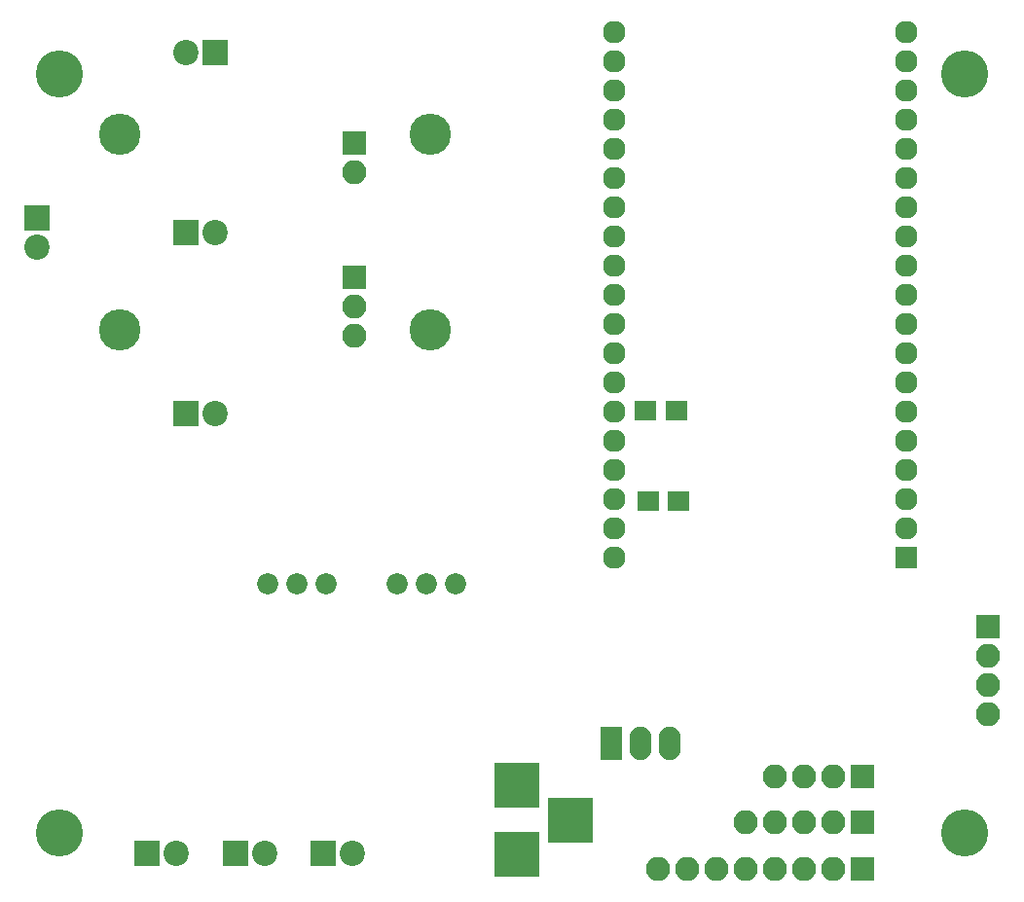
<source format=gbs>
G04 #@! TF.GenerationSoftware,KiCad,Pcbnew,(5.0.0)*
G04 #@! TF.CreationDate,2018-12-05T14:54:44-08:00*
G04 #@! TF.ProjectId,TestPlatformBoard,54657374506C6174666F726D426F6172,rev?*
G04 #@! TF.SameCoordinates,Original*
G04 #@! TF.FileFunction,Soldermask,Bot*
G04 #@! TF.FilePolarity,Negative*
%FSLAX46Y46*%
G04 Gerber Fmt 4.6, Leading zero omitted, Abs format (unit mm)*
G04 Created by KiCad (PCBNEW (5.0.0)) date 12/05/18 14:54:44*
%MOMM*%
%LPD*%
G01*
G04 APERTURE LIST*
%ADD10C,1.960000*%
%ADD11R,1.960000X1.960000*%
%ADD12O,2.100000X2.100000*%
%ADD13R,2.100000X2.100000*%
%ADD14R,2.200000X2.200000*%
%ADD15C,2.200000*%
%ADD16R,1.900000X1.700000*%
%ADD17C,1.840000*%
%ADD18R,3.900000X3.900000*%
%ADD19C,4.100000*%
%ADD20C,3.600000*%
%ADD21O,1.900000X2.900000*%
%ADD22R,1.900000X2.900000*%
G04 APERTURE END LIST*
D10*
G04 #@! TO.C,U1*
X53400000Y-1440000D03*
X53400000Y-3980000D03*
X53400000Y-6520000D03*
X53400000Y-9060000D03*
X53400000Y-11600000D03*
X53400000Y-14140000D03*
X53400000Y-16680000D03*
X53400000Y-19220000D03*
X53400000Y-21760000D03*
X53400000Y-24300000D03*
X53400000Y-26840000D03*
X53400000Y-29380000D03*
X53400000Y-31920000D03*
X53400000Y-34460000D03*
X53400000Y-37000000D03*
X53400000Y-39540000D03*
X53400000Y-42080000D03*
X53400000Y-44620000D03*
X53400000Y-47160000D03*
X78800000Y-3980000D03*
X78800000Y-6520000D03*
X78800000Y-9060000D03*
X78800000Y-11600000D03*
X78800000Y-14140000D03*
X78800000Y-16680000D03*
X78800000Y-19220000D03*
X78800000Y-21760000D03*
X78800000Y-24300000D03*
X78800000Y-26840000D03*
X78800000Y-29380000D03*
X78800000Y-31920000D03*
X78800000Y-34460000D03*
X78800000Y-37000000D03*
X78800000Y-39540000D03*
X78800000Y-42080000D03*
X78800000Y-1440000D03*
X78800000Y-44620000D03*
D11*
X78800000Y-47160000D03*
G04 #@! TD*
D12*
G04 #@! TO.C,J1*
X85900000Y-60820000D03*
X85900000Y-58280000D03*
X85900000Y-55740000D03*
D13*
X85900000Y-53200000D03*
G04 #@! TD*
D12*
G04 #@! TO.C,J2*
X30800000Y-13640000D03*
D13*
X30800000Y-11100000D03*
G04 #@! TD*
D14*
G04 #@! TO.C,D4*
X16100000Y-18850000D03*
D15*
X18640000Y-18850000D03*
G04 #@! TD*
G04 #@! TO.C,D5*
X16100000Y-3175000D03*
D14*
X18640000Y-3175000D03*
G04 #@! TD*
D15*
G04 #@! TO.C,D7*
X22940000Y-72900000D03*
D14*
X20400000Y-72900000D03*
G04 #@! TD*
D12*
G04 #@! TO.C,J3*
X30800000Y-27880000D03*
X30800000Y-25340000D03*
D13*
X30800000Y-22800000D03*
G04 #@! TD*
D12*
G04 #@! TO.C,J5*
X57220000Y-74200000D03*
X59760000Y-74200000D03*
X62300000Y-74200000D03*
X64840000Y-74200000D03*
X67380000Y-74200000D03*
X69920000Y-74200000D03*
X72460000Y-74200000D03*
D13*
X75000000Y-74200000D03*
G04 #@! TD*
D16*
G04 #@! TO.C,R12*
X56300000Y-42200000D03*
X59000000Y-42200000D03*
G04 #@! TD*
D17*
G04 #@! TO.C,RV1*
X39580000Y-49400000D03*
X37040000Y-49400000D03*
X34500000Y-49400000D03*
G04 #@! TD*
D16*
G04 #@! TO.C,R13*
X58800000Y-34400000D03*
X56100000Y-34400000D03*
G04 #@! TD*
D17*
G04 #@! TO.C,RV2*
X28300000Y-49400000D03*
X25760000Y-49400000D03*
X23220000Y-49400000D03*
G04 #@! TD*
D18*
G04 #@! TO.C,J4*
X49600000Y-70000000D03*
X44900000Y-73000000D03*
X44900000Y-67000000D03*
G04 #@! TD*
D14*
G04 #@! TO.C,D1*
X16160000Y-34600000D03*
D15*
X18700000Y-34600000D03*
G04 #@! TD*
G04 #@! TO.C,D2*
X3175000Y-20140000D03*
D14*
X3175000Y-17600000D03*
G04 #@! TD*
D15*
G04 #@! TO.C,D3*
X30640000Y-72900000D03*
D14*
X28100000Y-72900000D03*
G04 #@! TD*
G04 #@! TO.C,D6*
X12700000Y-72900000D03*
D15*
X15240000Y-72900000D03*
G04 #@! TD*
D19*
G04 #@! TO.C,REF\002A\002A*
X83820000Y-5080000D03*
G04 #@! TD*
G04 #@! TO.C,REF\002A\002A*
X5080000Y-5080000D03*
G04 #@! TD*
G04 #@! TO.C,REF\002A\002A*
X5080000Y-71120000D03*
G04 #@! TD*
G04 #@! TO.C,REF\002A\002A*
X83820000Y-71120000D03*
G04 #@! TD*
D20*
G04 #@! TO.C,REF\002A\002A*
X10350000Y-10350000D03*
G04 #@! TD*
G04 #@! TO.C,REF\002A\002A*
X37350000Y-10350000D03*
G04 #@! TD*
G04 #@! TO.C,REF\002A\002A*
X10350000Y-27350000D03*
G04 #@! TD*
G04 #@! TO.C,REF\002A\002A*
X37350000Y-27350000D03*
G04 #@! TD*
D12*
G04 #@! TO.C,J6*
X64840000Y-70200000D03*
X67380000Y-70200000D03*
X69920000Y-70200000D03*
X72460000Y-70200000D03*
D13*
X75000000Y-70200000D03*
G04 #@! TD*
D12*
G04 #@! TO.C,J7*
X67380000Y-66200000D03*
X69920000Y-66200000D03*
X72460000Y-66200000D03*
D13*
X75000000Y-66200000D03*
G04 #@! TD*
D21*
G04 #@! TO.C,U2*
X58180000Y-63300000D03*
X55640000Y-63300000D03*
D22*
X53100000Y-63300000D03*
G04 #@! TD*
M02*

</source>
